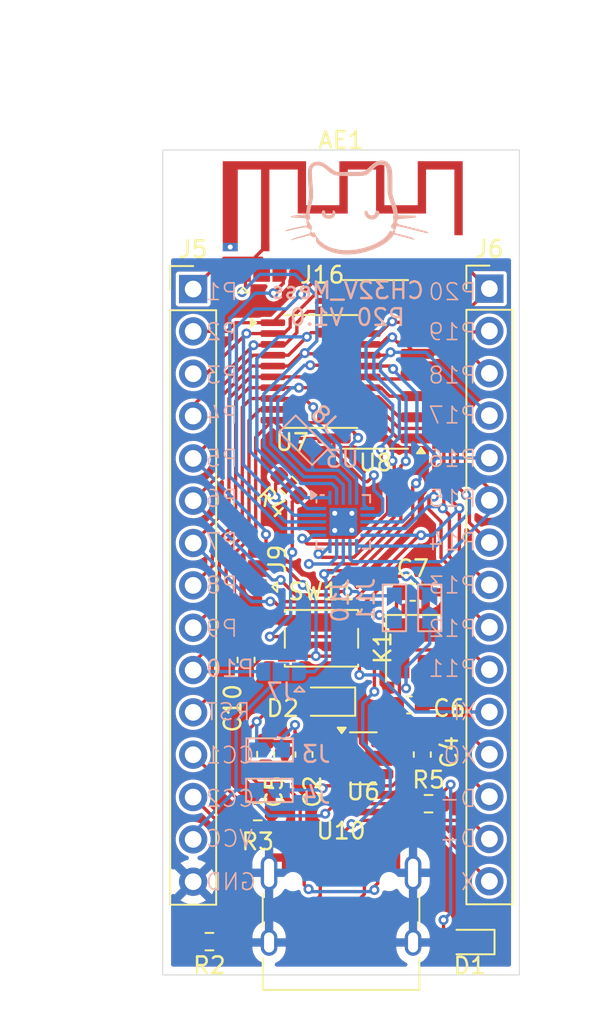
<source format=kicad_pcb>
(kicad_pcb (version 20241229) (generator "pcbnew") (generator_version "9.0")
  (layers (0 "F.Cu" signal) (2 "B.Cu" signal) (13 "F.Paste" user) (15 "B.Paste" user) (5 "F.SilkS" user "F.Silkscreen") (7 "B.SilkS" user "B.Silkscreen") (1 "F.Mask" user) (3 "B.Mask" user) (25 "Edge.Cuts" user))
  (net 0 "")
  (net 1 "5V")
  (net 2 "P_0")
  (net 3 "+3.3V")
  (net 4 "Net-(D2-A)")
  (net 5 "VCC")
  (net 6 "P_5")
  (net 7 "P_20")
  (net 8 "CC2")
  (net 9 "CC1")
  (net 10 "P_19")
  (net 11 "P_1")
  (net 12 "P_14")
  (net 13 "P_6")
  (net 14 "P_3")
  (net 15 "P_16")
  (net 16 "P_10")
  (net 17 "P_13")
  (net 18 "P_9")
  (net 19 "P_17")
  (net 20 "P_4")
  (net 21 "P_7")
  (net 22 "P_15")
  (net 23 "P_18")
  (net 24 "P_8")
  (net 25 "P_2")
  (net 26 "P_11")
  (net 27 "P_12")
  (net 29 "D-")
  (net 30 "D+")
  (net 33 "OSCO")
  (net 34 "OSCI")
  (net 35 "RST")
  (net 36 "Net-(D1-A)")
  (net 37 "ANT")
  (footprint "Capacitor_SMD:C_0603_1608Metric" (layer "F.Cu") (at 107.975 100.75 -90)
    (property "Reference" "C5")
    (property "Value" "1u")
  )
  (footprint "Capacitor_SMD:C_0603_1608Metric" (layer "F.Cu") (at 106.8 95.1 90)
    (property "Reference" "C10")
    (property "Value" ".1u")
  )
  (footprint "Crystal:Crystal_SMD_3225-4Pin_3.2x2.5mm" (layer "F.Cu") (at 116.85 94.4 -90)
    (property "Reference" "K1")
    (property "Value" "Crystal")
  )
  (footprint "Package_TO_SOT_SMD:SOT-23-5" (layer "F.Cu") (at 113.8375 101)
    (property "Reference" "U6")
    (property "Value" "ME6211C33M5")
  )
  (footprint "Resistor_SMD:R_0603_1608Metric" (layer "F.Cu") (at 104.6 112 180)
    (property "Reference" "R2")
    (property "Value" "5.1K")
  )
  (footprint "Package_SO:SOP-16_3.9x9.9mm_P1.27mm" (layer "F.Cu") (at 114.571249 77.365 180)
    (property "Reference" "U8")
    (property "Value" "~")
  )
  (footprint "Connector_USB:USB_C_Receptacle_HRO_TYPE-C-31-M-12" (layer "F.Cu") (at 112.5 111)
    (property "Reference" "U10")
    (property "Value" "USB_C_Receptacle_USB2.0_16P")
  )
  (footprint "Capacitor_SMD:C_0603_1608Metric" (layer "F.Cu") (at 110.275 100.775 -90)
    (property "Reference" "C2")
    (property "Value" "10u")
  )
  (footprint "Capacitor_SMD:C_0603_1608Metric" (layer "F.Cu") (at 116.6 97.8)
    (property "Reference" "C6")
    (property "Value" "12-25pF")
  )
  (footprint "Resistor_SMD:R_0603_1608Metric" (layer "F.Cu") (at 109.371249 84.64 135)
    (property "Reference" "R4")
    (property "Value" "1.5K")
  )
  (footprint "Button_Switch_SMD:SW_SPST_PTS810" (layer "F.Cu") (at 111.325 93.8 180)
    (property "Reference" "SW11")
    (property "Value" "SW_Push")
  )
  (footprint "Resistor_SMD:R_0603_1608Metric" (layer "F.Cu") (at 107.5 104.2)
    (property "Reference" "R3")
    (property "Value" "5.1K")
  )
  (footprint "Diode_SMD:D_SOD-323" (layer "F.Cu") (at 111.7375 97.6 180)
    (property "Reference" "D2")
    (property "Value" "1N5819WS")
  )
  (footprint "Capacitor_SMD:C_0603_1608Metric" (layer "F.Cu") (at 116.800001 91.04)
    (property "Reference" "C7")
    (property "Value" "12-25pF")
  )
  (footprint "IOT-Mess-Footprints:Jumper-3_P1.3mm_Open_RoundedPad1.0x1.5mm" (layer "F.Cu") (at 107.475001 89.615 90)
    (property "Reference" "J9")
    (property "Value" "Jumper")
  )
  (footprint "Connector_PinHeader_2.54mm:PinHeader_1x15_P2.54mm_Vertical" (layer "F.Cu") (at 121.4 72.82)
    (property "Reference" "J6")
    (property "Value" "Conn_01x15_Pin")
  )
  (footprint "Capacitor_SMD:C_0603_1608Metric" (layer "F.Cu") (at 117.375 100.775 -90)
    (property "Reference" "C4")
    (property "Value" "1u")
  )
  (footprint "LED_SMD:LED_0603_1608Metric" (layer "F.Cu") (at 120.225 112.025 180)
    (property "Reference" "D1")
    (property "Value" "LED")
  )
  (footprint "Package_SO:TSSOP-20_4.4x6.5mm_P0.65mm" (layer "F.Cu") (at 111.271249 77.79)
    (property "Reference" "U7")
    (property "Value" "~")
  )
  (footprint "Connector_PinHeader_2.54mm:PinHeader_1x15_P2.54mm_Vertical" (layer "F.Cu") (at 103.625 72.845)
    (property "Reference" "J5")
    (property "Value" "Conn_01x15_Pin")
  )
  (footprint "RF_Antenna:Texas_SWRA117D_2.4GHz_Right" (layer "F.Cu") (at 107.95 70.325)
    (property "Reference" "AE1")
    (property "Value" "Antenna")
  )
  (footprint "Resistor_SMD:R_0603_1608Metric" (layer "F.Cu") (at 117.75 103.725)
    (property "Reference" "R5")
    (property "Value" "R")
  )
  (footprint "IOT-Mess-Footprints:Jumper-3_P1.3mm_Open_RoundedPad1.0x1.5mm" (layer "F.Cu") (at 107.733748 71.8575)
    (property "Reference" "J16")
    (property "Value" "Jumper")
  )
  (footprint "IOT-Mess-Footprints:Jumpper-triangle" (layer "B.Cu") (at 108.212501 100.5)
    (property "Reference" "J4")
    (property "Value" "Jumper_2")
  )
  (footprint "IOT-Mess-Footprints:Jumper-3_P1.3mm_Open_RoundedPad1.0x1.5mm" (layer "B.Cu") (at 108.900001 95.8 180)
    (property "Reference" "J7")
    (property "Value" "Jumper")
  )
  (footprint "IOT-Mess-Footprints:Jumpper-triangle" (layer "B.Cu") (at 115.7 91.975001 90)
    (property "Reference" "J10")
    (property "Value" "Jumper_2")
  )
  (footprint "catIcon.preety:catIcon8x8" (layer "B.Cu") (at 113.306458 67.932904 180)
    (property "Reference" "G***" (hide yes))
    (property "Value" "LOGO" (hide yes))
  )
  (footprint "IOT-Mess-Footprints:Jumpper-triangle" (layer "B.Cu") (at 117.825 91.975 90)
    (property "Reference" "J11")
    (property "Value" "Jumper_2")
  )
  (footprint "Package_DFN_QFN:QFN-20-1EP_3x3mm_P0.4mm_EP1.65x1.65mm_ThermalVias" (layer "B.Cu") (at 112.633749 86.815 -90)
    (property "Reference" "U3")
    (property "Value" "~")
  )
  (footprint "IOT-Mess-Footprints:Jumpper-triangle" (layer "B.Cu") (at 110.271249 81.915 135)
    (property "Reference" "J8")
    (property "Value" "Jumper_2")
  )
  (footprint "IOT-Mess-Footprints:Jumpper-triangle" (layer "B.Cu") (at 108.2 102.925 180)
    (property "Reference" "J3")
    (property "Value" "Jumper_2")
  )
  (gr_rect (start 101.8 64.5) (end 123.2 114) (stroke (width 0.05)) (fill no) (layer "Edge.Cuts"))
  (gr_text "P19" (at 120.7 76 0) (layer "B.SilkS") (effects (font (size 1 1) (thickness 0.1)) (justify left bottom mirror)))
  (gr_text "P6" (at 104.3 86 0) (layer "B.SilkS") (effects (font (size 1 1) (thickness 0.1)) (justify right bottom mirror)))
  (gr_text "P17" (at 120.7 81 0) (layer "B.SilkS") (effects (font (size 1 1) (thickness 0.1)) (justify left bottom mirror)))
  (gr_text "P14" (at 120.7 88.6 0) (layer "B.SilkS") (effects (font (size 1 1) (thickness 0.1)) (justify left bottom mirror)))
  (gr_text "XI" (at 120.7 98.8 0) (layer "B.SilkS") (effects (font (size 1 1) (thickness 0.1)) (justify left bottom mirror)))
  (gr_text "P18" (at 120.7 78.6 0) (layer "B.SilkS") (effects (font (size 1 1) (thickness 0.1)) (justify left bottom mirror)))
  (gr_text "D-" (at 120.7 104 0) (layer "B.SilkS") (effects (font (size 1 1) (thickness 0.1)) (justify left bottom mirror)))
  (gr_text "P2" (at 104.3 76 0) (layer "B.SilkS") (effects (font (size 1 1) (thickness 0.1)) (justify right bottom mirror)))
  (gr_text "X" (at 120.7 109 0) (layer "B.SilkS") (effects (font (size 1 1) (thickness 0.1)) (justify left bottom mirror)))
  (gr_text "GND" (at 104.3 109 0) (layer "B.SilkS") (effects (font (size 1 1) (thickness 0.1)) (justify right bottom mirror)))
  (gr_text "P4" (at 104.3 81 0) (layer "B.SilkS") (effects (font (size 1 1) (thickness 0.1)) (justify right bottom mirror)))
  (gr_text "RST" (at 104.3 98.8 0) (layer "B.SilkS") (effects (font (size 1 1) (thickness 0.1)) (justify right bottom mirror)))
  (gr_text "P9" (at 104.3 93.8 0) (layer "B.SilkS") (effects (font (size 1 1) (thickness 0.1)) (justify right bottom mirror)))
  (gr_text "P3" (at 104.3 78.6 0) (layer "B.SilkS") (effects (font (size 1 1) (thickness 0.1)) (justify right bottom mirror)))
  (gr_text "CC1" (at 104.3 101.4 0) (layer "B.SilkS") (effects (font (size 1 1) (thickness 0.1)) (justify right bottom mirror)))
  (gr_text "P7" (at 104.3 88.6 0) (layer "B.SilkS") (effects (font (size 1 1) (thickness 0.1)) (justify right bottom mirror)))
  (gr_text "P11" (at 120.7 96.2 0) (layer "B.SilkS") (effects (font (size 1 1) (thickness 0.1)) (justify left bottom mirror)))
  (gr_text "CC2" (at 104.3 104 0) (layer "B.SilkS") (effects (font (size 1 1) (thickness 0.1)) (justify right bottom mirror)))
  (gr_text "CH32V_Mess\nP20 V1.0\n" (at 112.875 75.125 0) (layer "B.SilkS") (effects (font (size 1 1)) (justify bottom mirror)))
  (gr_text "P16" (at 120.7 83.6 0) (layer "B.SilkS") (effects (font (size 1 1) (thickness 0.1)) (justify left bottom mirror)))
  (gr_text "P15" (at 120.7 86 0) (layer "B.SilkS") (effects (font (size 1 1) (thickness 0.1)) (justify left bottom mirror)))
  (gr_text "P8" (at 104.3 91.2 0) (layer "B.SilkS") (effects (font (size 1 1) (thickness 0.1)) (justify right bottom mirror)))
  (gr_text "P13" (at 120.7 91.2 0) (layer "B.SilkS") (effects (font (size 1 1) (thickness 0.1)) (justify left bottom mirror)))
  (gr_text "P1" (at 104.3 73.6 0) (layer "B.SilkS") (effects (font (size 1 1) (thickness 0.1)) (justify right bottom mirror)))
  (gr_text "P10" (at 104.3 96.2 0) (layer "B.SilkS") (effects (font (size 1 1) (thickness 0.125)) (justify right bottom mirror)))
  (gr_text "D+" (at 120.7 106.4 0) (layer "B.SilkS") (effects (font (size 1 1) (thickness 0.1)) (justify left bottom mirror)))
  (gr_text "P20" (at 120.7 73.6 0) (layer "B.SilkS") (effects (font (size 1 1) (thickness 0.1)) (justify left bottom mirror)))
  (gr_text "XO" (at 120.7 101.4 0) (layer "B.SilkS") (effects (font (size 1 1) (thickness 0.1)) (justify left bottom mirror)))
  (gr_text "P12" (at 120.7 93.8 0) (layer "B.SilkS") (effects (font (size 1 1) (thickness 0.1)) (justify left bottom mirror)))
  (gr_text "VCC" (at 104.3 106.4 0) (layer "B.SilkS") (effects (font (size 1 1) (thickness 0.1)) (justify right bottom mirror)))
  (gr_text "P5" (at 104.3 83.6 0) (layer "B.SilkS") (effects (font (size 1 1) (thickness 0.1)) (justify right bottom mirror)))
  (segment (start 112.7 100.05) (end 113.054468 100.05) (width 0.2) (layer "F.Cu") (net 1))
  (segment (start 110.275 100) (end 108 100) (width 0.2) (layer "F.Cu") (net 1))
  (segment (start 112.7875 97.6) (end 112.7875 99.9625) (width 0.2) (layer "F.Cu") (net 1))
  (segment (start 109.7375 99.4625) (end 110.275 100) (width 0.2) (layer "F.Cu") (net 1))
  (segment (start 109.975 100) (end 112.65 100) (width 0.2) (layer "F.Cu") (net 1))
  (segment (start 113.6635 101.648999) (end 113.362499 101.95) (width 0.2) (layer "F.Cu") (net 1))
  (segment (start 109.7375 99) (end 109.7375 99.4625) (width 0.2) (layer "F.Cu") (net 1))
  (segment (start 113.054468 100.05) (end 113.6635 100.659032) (width 0.2) (layer "F.Cu") (net 1))
  (segment (start 113.6635 100.659032) (end 113.6635 101.648999) (width 0.2) (layer "F.Cu") (net 1))
  (segment (start 109.95 99.975) (end 109.975 100) (width 0.2) (layer "F.Cu") (net 1))
  (segment (start 108 100) (end 107.975 99.975) (width 0.2) (layer "F.Cu") (net 1))
  (segment (start 113.362499 101.95) (end 112.7 101.95) (width 0.2) (layer "F.Cu") (net 1))
  (segment (start 112.65 100) (end 112.7 100.05) (width 0.2) (layer "F.Cu") (net 1))
  (segment (start 112.7875 99.9625) (end 112.7 100.05) (width 0.2) (layer "F.Cu") (net 1))
  (via (at 109.7375 99) (size 0.6) (drill 0.3) (layers "F.Cu" "B.Cu") (net 1))
  (segment (start 108.9375 100.5) (end 108.9375 99.8) (width 0.2) (layer "B.Cu") (net 1))
  (segment (start 108.9375 99.8) (end 109.7375 99) (width 0.2) (layer "B.Cu") (net 1))
  (segment (start 113.208749 86.24) (end 113.208749 87.39) (width 0.2) (layer "F.Cu") (net 2))
  (segment (start 112.058749 86.24) (end 113.208749 86.24) (width 0.2) (layer "F.Cu") (net 2))
  (segment (start 112.058749 87.39) (end 112.058749 86.24) (width 0.2) (layer "F.Cu") (net 2))
  (segment (start 112.058749 87.39) (end 113.208749 87.39) (width 0.2) (layer "F.Cu") (net 2))
  (via (at 113.15 86.3) (size 0.6) (drill 0.3) (layers "F.Cu" "B.Cu") (net 2))
  (via (at 113.14 87.32) (size 0.6) (drill 0.3) (layers "F.Cu" "B.Cu") (net 2))
  (via (at 112.12 87.33) (size 0.6) (drill 0.3) (layers "F.Cu" "B.Cu") (net 2))
  (via (at 112.12 86.3) (size 0.6) (drill 0.3) (layers "F.Cu" "B.Cu") (net 2))
  (segment (start 115.9385 101.0135) (end 114.975 100.05) (width 0.2) (layer "F.Cu") (net 3))
  (segment (start 111.4 102.8) (end 111.55 102.65) (width 0.2) (layer "F.Cu") (net 3))
  (segment (start 117.325 100.05) (end 117.375 100) (width 0.2) (layer "F.Cu") (net 3))
  (segment (start 115.9385 102.290968) (end 115.9385 101.0135) (width 0.2) (layer "F.Cu") (net 3))
  (segment (start 114.975 100.05) (end 117.325 100.05) (width 0.2) (layer "F.Cu") (net 3))
  (segment (start 115.579468 102.65) (end 115.9385 102.290968) (width 0.2) (layer "F.Cu") (net 3))
  (segment (start 111.55 102.65) (end 115.579468 102.65) (width 0.2) (layer "F.Cu") (net 3))
  (via (at 111.4 102.8) (size 0.6) (drill 0.3) (layers "F.Cu" "B.Cu") (net 3))
  (segment (start 111.4 102.8) (end 111.3 102.9) (width 0.2) (layer "B.Cu") (net 3))
  (segment (start 111.3 102.9) (end 108.962499 102.9) (width 0.2) (layer "B.Cu") (net 3))
  (segment (start 114.5 108.7) (end 114.701 108.499) (width 0.2) (layer "F.Cu") (net 4))
  (segment (start 110.05 103.55) (end 110.05 106.955) (width 0.2) (layer "F.Cu") (net 4))
  (segment (start 114.701 108.499) (end 114.701 107.204) (width 0.2) (layer "F.Cu") (net 4))
  (segment (start 107.4375 98.8) (end 106.8375 99.4) (width 0.2) (layer "F.Cu") (net 4))
  (segment (start 107.5 102.5) (end 109 102.5) (width 0.2) (layer "F.Cu") (net 4))
  (segment (start 106.8375 99.4) (end 106.8375 101.8375) (width 0.2) (layer "F.Cu") (net 4))
  (segment (start 108.6375 97.6) (end 107.4375 98.8) (width 0.2) (layer "F.Cu") (net 4))
  (segment (start 114.701 107.204) (end 114.95 106.955) (width 0.2) (layer "F.Cu") (net 4))
  (segment (start 109 102.5) (end 110.05 103.55) (width 0.2) (layer "F.Cu") (net 4))
  (segment (start 110.286 107.191) (end 110.05 106.955) (width 0.2) (layer "F.Cu") (net 4))
  (segment (start 114.5 108.9) (end 114.5 108.7) (width 0.2) (layer "F.Cu") (net 4))
  (segment (start 110.55 108.85) (end 110.286 108.586) (width 0.2) (layer "F.Cu") (net 4))
  (segment (start 110.286 108.586) (end 110.286 107.191) (width 0.2) (layer "F.Cu") (net 4))
  (segment (start 110.6875 97.6) (end 108.6375 97.6) (width 0.2) (layer "F.Cu") (net 4))
  (segment (start 106.8375 101.8375) (end 107.5 102.5) (width 0.2) (layer "F.Cu") (net 4))
  (via (at 110.55 108.85) (size 0.6) (drill 0.3) (layers "F.Cu" "B.Cu") (net 4))
  (via (at 107.4375 98.8) (size 0.6) (drill 0.3) (layers "F.Cu" "B.Cu") (net 4))
  (via (at 114.5 108.9) (size 0.6) (drill 0.3) (layers "F.Cu" "B.Cu") (net 4))
  (segment (start 107.4375 98.8) (end 107.4375 100.449998) (width 0.2) (layer "B.Cu") (net 4))
  (segment (start 114.5 108.9) (end 114.4 109) (width 0.2) (layer "B.Cu") (net 4))
  (segment (start 110.7 109) (end 110.55 108.85) (width 0.2) (layer "B.Cu") (net 4))
  (segment (start 107.4375 100.449998) (end 107.487502 100.5) (width 0.2) (layer "B.Cu") (net 4))
  (segment (start 114.4 109) (end 110.7 109) (width 0.2) (layer "B.Cu") (net 4))
  (segment (start 111.55 104.325) (end 112.15 103.725) (width 0.2) (layer "F.Cu") (net 5))
  (segment (start 112.15 103.725) (end 116.925 103.725) (width 0.2) (layer "F.Cu") (net 5))
  (via (at 111.55 104.325) (size 0.6) (drill 0.3) (layers "F.Cu" "B.Cu") (net 5))
  (segment (start 106.2 98.675) (end 106.2 102.9) (width 0.2) (layer "B.Cu") (net 5))
  (segment (start 111.425 104.45) (end 108.175 104.45) (width 0.2) (layer "B.Cu") (net 5))
  (segment (start 107.512501 102.9) (end 106.2 102.9) (width 0.2) (layer "B.Cu") (net 5))
  (segment (start 103.625 105.475) (end 103.625 105.865) (width 0.2) (layer "B.Cu") (net 5))
  (segment (start 108.900001 96.062041) (end 108.900001 95.8) (width 0.2) (layer "B.Cu") (net 5))
  (segment (start 106.287042 98.675) (end 108.900001 96.062041) (width 0.2) (layer "B.Cu") (net 5))
  (segment (start 108.175 104.45) (end 107.475001 103.750001) (width 0.2) (layer "B.Cu") (net 5))
  (segment (start 111.55 104.325) (end 111.425 104.45) (width 0.2) (layer "B.Cu") (net 5))
  (segment (start 106.2 98.675) (end 106.287042 98.675) (width 0.2) (layer "B.Cu") (net 5))
  (segment (start 106.2 102.9) (end 103.625 105.475) (width 0.2) (layer "B.Cu") (net 5))
  (segment (start 107.475001 103.750001) (end 107.475001 102.925) (width 0.2) (layer "B.Cu") (net 5))
  (segment (start 105.177 83.993) (end 103.625 85.545) (width 0.2) (layer "F.Cu") (net 6))
  (segment (start 111.971249 76.73) (end 110.081249 76.73) (width 0.2) (layer "F.Cu") (net 6))
  (segment (start 106.766249 71.965) (end 106.833749 71.8975) (width 0.2) (layer "F.Cu") (net 6))
  (segment (start 110.081249 76.73) (end 109.346249 77.465) (width 0.2) (layer "F.Cu") (net 6))
  (segment (start 112.45455 90.991685) (end 112.248235 91.198) (width 0.2) (layer "F.Cu") (net 6))
  (segment (start 112.248235 91.198) (end 109.773001 91.198) (width 0.2) (layer "F.Cu") (net 6))
  (segment (start 108.408749 77.465) (end 107.146249 77.465) (width 0.2) (layer "F.Cu") (net 6))
  (segment (start 106.766249 72.82147) (end 106.766249 71.965) (width 0.2) (layer "F.Cu") (net 6))
  (segment (start 107.146249 77.465) (end 105.177 79.434249) (width 0.2) (layer "F.Cu") (net 6))
  (segment (start 105.177 79.434249) (end 105.177 83.993) (width 0.2) (layer "F.Cu") (net 6))
  (segment (start 109.346249 77.465) (end 108.408749 77.465) (width 0.2) (layer "F.Cu") (net 6))
  (segment (start 106.559484 73.028235) (end 106.766249 72.82147) (width 0.2) (layer "F.Cu") (net 6))
  (segment (start 112.892685 90.991685) (end 112.45455 90.991685) (width 0.2) (layer "F.Cu") (net 6))
  (segment (start 109.773001 91.198) (end 108.875001 90.3) (width 0.2) (layer "F.Cu") (net 6))
  (via (at 108.875001 90.3) (size 0.6) (drill 0.3) (layers "F.Cu" "B.Cu") (net 6))
  (via (at 110.319778 76.688529) (size 0.6) (drill 0.3) (layers "F.Cu" "B.Cu") (net 6))
  (via (at 106.559484 73.028235) (size 0.6) (drill 0.3) (layers "F.Cu" "B.Cu") (net 6))
  (via (at 112.892685 90.991685) (size 0.6) (drill 0.3) (layers "F.Cu" "B.Cu") (net 6))
  (segment (start 111.946249 84.515) (end 112.233749 84.8025) (width 0.2) (layer "B.Cu") (net 6))
  (segment (start 112.892685 90.991685) (end 113.46192 90.991685) (width 0.2) (layer "B.Cu") (net 6))
  (segment (start 110.319778 76.688529) (end 107.871249 79.137058) (width 0.2) (layer "B.Cu") (net 6))
  (segment (start 112.233749 84.8025) (end 112.233749 85.365) (width 0.2) (layer "B.Cu") (net 6))
  (segment (start 106.559484 73.028235) (end 107.622719 71.965) (width 0.2) (layer "B.Cu") (net 6))
  (segment (start 109.746192 71.965) (end 111.046513 73.265321) (width 0.2) (layer "B.Cu") (net 6))
  (segment (start 107.622719 71.965) (end 109.746192 71.965) (width 0.2) (layer "B.Cu") (net 6))
  (segment (start 110.105449 84.515) (end 111.946249 84.515) (width 0.2) (layer "B.Cu") (net 6))
  (segment (start 107.871249 79.137058) (end 107.871249 82.2808) (width 0.2) (layer "B.Cu") (net 6))
  (segment (start 108.875001 90.3) (end 108.38 90.3) (width 0.2) (layer "B.Cu") (net 6))
  (segment (start 113.46192 90.991685) (end 113.720237 91.250002) (width 0.2) (layer "B.Cu") (net 6))
  (segment (start 108.38 90.3) (end 103.625 85.545) (width 0.2) (layer "B.Cu") (net 6))
  (segment (start 111.046513 73.265321) (end 111.046513 75.961794) (width 0.2) (layer "B.Cu") (net 6))
  (segment (start 107.871249 82.2808) (end 110.105449 84.515) (width 0.2) (layer "B.Cu") (net 6))
  (segment (start 111.046513 75.961794) (end 110.319778 76.688529) (width 0.2) (layer "B.Cu") (net 6))
  (segment (start 113.720237 91.250002) (end 115.7 91.250002) (width 0.2) (layer "B.Cu") (net 6))
  (segment (start 108.446249 73.09) (end 109.033749 72.5025) (width 0.2) (layer "F.Cu") (net 7))
  (segment (start 114.133749 74.865) (end 114.808749 74.19) (width 0.2) (layer "F.Cu") (net 7))
  (segment (start 109.566248 71.125) (end 108.833748 71.8575) (width 0.2) (layer "F.Cu") (net 7))
  (segment (start 120.03 74.19) (end 121.4 72.82) (width 0.2) (layer "F.Cu") (net 7))
  (segment (start 119.613748 71.125) (end 109.566248 71.125) (width 0.2) (layer "F.Cu") (net 7))
  (segment (start 121.233748 72.745) (end 119.613748 71.125) (width 0.2) (layer "F.Cu") (net 7))
  (segment (start 114.808749 74.19) (end 120.03 74.19) (width 0.2) (layer "F.Cu") (net 7))
  (segment (start 109.033749 72.5025) (end 109.033749 71.8975) (width 0.2) (layer "F.Cu") (net 7))
  (via (at 108.446249 73.09) (size 0.6) (drill 0.3) (layers "F.Cu" "B.Cu") (net 7))
  (segment (start 105.821249 74.59) (end 105.821249 84.09) (width 0.2) (layer "B.Cu") (net 7))
  (segment (start 105.846249 74.59) (end 105.821249 74.59) (width 0.2) (layer "B.Cu") (net 7))
  (segment (start 108.946249 87.215) (end 111.183749 87.215) (width 0.2) (layer "B.Cu") (net 7))
  (segment (start 107.346249 73.09) (end 105.846249 74.59) (width 0.2) (layer "B.Cu") (net 7))
  (segment (start 105.821249 84.09) (end 108.946249 87.215) (width 0.2) (layer "B.Cu") (net 7))
  (segment (start 108.446249 73.09) (end 107.346249 73.09) (width 0.2) (layer "B.Cu") (net 7))
  (segment (start 105.425 105.125) (end 105.425 112) (width 0.2) (layer "F.Cu") (net 8))
  (segment (start 107.224 110.201) (end 112.846943 110.201) (width 0.2) (layer "F.Cu") (net 8))
  (segment (start 114.25 107.851) (end 114.25 106.955) (width 0.2) (layer "F.Cu") (net 8))
  (segment (start 103.625 103.325) (end 105.425 105.125) (width 0.2) (layer "F.Cu") (net 8))
  (segment (start 112.846943 110.201) (end 113.899 109.148943) (width 0.2) (layer "F.Cu") (net 8))
  (segment (start 113.899 109.148943) (end 113.899 108.202) (width 0.2) (layer "F.Cu") (net 8))
  (segment (start 105.425 112) (end 107.224 110.201) (width 0.2) (layer "F.Cu") (net 8))
  (segment (start 113.899 108.202) (end 114.25 107.851) (width 0.2) (layer "F.Cu") (net 8))
  (segment (start 103.7 103.4) (end 103.625 103.325) (width 0.2) (layer "B.Cu") (net 8))
  (segment (start 106.675 104.2) (end 106.675 108.975) (width 0.2) (layer "F.Cu") (net 9))
  (segment (start 106.675 104.2) (end 106.675 103.835) (width 0.2) (layer "F.Cu") (net 9))
  (segment (start 106.675 108.975) (end 107.5 109.8) (width 0.2) (layer "F.Cu") (net 9))
  (segment (start 110.7 109.8) (end 111.25 109.25) (width 0.2) (layer "F.Cu") (net 9))
  (segment (start 107.5 109.8) (end 110.7 109.8) (width 0.2) (layer "F.Cu") (net 9))
  (segment (start 111.25 109.25) (end 111.25 106.955) (width 0.2) (layer "F.Cu") (net 9))
  (segment (start 106.675 103.835) (end 103.625 100.785) (width 0.2) (layer "F.Cu") (net 9))
  (segment (start 111.396192 88.14) (end 111.395192 88.139) (width 0.2) (layer "F.Cu") (net 10))
  (segment (start 115.286385 83.701977) (end 115.286385 86.274864) (width 0.2) (layer "F.Cu") (net 10))
  (segment (start 115.521249 74.79) (end 114.796249 75.515) (width 0.2) (layer "F.Cu") (net 10))
  (segment (start 115.286385 86.274864) (end 113.421249 88.14) (width 0.2) (layer "F.Cu") (net 10))
  (segment (start 110.171249 87.84) (end 110.171249 87.815) (width 0.2) (layer "F.Cu") (net 10))
  (segment (start 115.571249 74.79) (end 115.621249 74.84) (width 0.2) (layer "F.Cu") (net 10))
  (segment (start 114.796249 75.515) (end 114.133749 75.515) (width 0.2) (layer "F.Cu") (net 10))
  (segment (start 115.571249 74.79) (end 115.521249 74.79) (width 0.2) (layer "F.Cu") (net 10))
  (segment (start 110.896306 88.14) (end 110.471249 88.14) (width 0.2) (layer "F.Cu") (net 10))
  (segment (start 115.621249 74.84) (end 116.451248 74.84) (width 0.2) (layer "F.Cu") (net 10))
  (segment (start 116.451248 74.84) (end 117.071249 75.460001) (width 0.2) (layer "F.Cu") (net 10))
  (segment (start 116.91625 75.515) (end 116.971249 75.460001) (width 0.2) (layer "F.Cu") (net 10))
  (segment (start 113.421249 88.14) (end 111.396192 88.14) (width 0.2) (layer "F.Cu") (net 10))
  (segment (start 110.897306 88.139) (end 110.896306 88.14) (width 0.2) (layer "F.Cu") (net 10))
  (segment (start 116.771248 75.420001) (end 121.711247 75.420001) (width 0.2) (layer "F.Cu") (net 10))
  (segment (start 114.9 83.315592) (end 115.286385 83.701977) (width 0.2) (layer "F.Cu") (net 10))
  (segment (start 114.9 82.5) (end 114.9 83.315592) (width 0.2) (layer "F.Cu") (net 10))
  (segment (start 110.471249 88.14) (end 110.171249 87.84) (width 0.2) (layer "F.Cu") (net 10))
  (segment (start 111.395192 88.139) (end 110.897306 88.139) (width 0.2) (layer "F.Cu") (net 10))
  (via (at 114.9 82.5) (size 0.6) (drill 0.3) (layers "F.Cu" "B.Cu") (net 10))
  (via (at 115.571249 74.79) (size 0.6) (drill 0.3) (layers "F.Cu" "B.Cu") (net 10))
  (via (at 110.171249 87.815) (size 0.6) (drill 0.3) (layers "F.Cu" "B.Cu") (net 10))
  (segment (start 115.598 81.587224) (end 115.598 79.798) (width 0.2) (layer "B.Cu") (net 10))
  (segment (start 115.182716 82.017284) (end 115.182716 82.002508) (width 0.2) (layer "B.Cu") (net 10))
  (segment (start 110.296249 87.94) (end 110.471249 87.94) (width 0.2) (layer "B.Cu") (net 10))
  (segment (start 114.7 82.5) (end 115.182716 82.017284) (width 0.2) (layer "B.Cu") (net 10))
  (segment (start 115.421249 74.79) (end 115.571249 74.79) (width 0.2) (layer "B.Cu") (net 10))
  (segment (start 110.796249 87.615) (end 111.183749 87.615) (width 0.2) (layer "B.Cu") (net 10))
  (segment (start 114 76.211249) (end 115.421249 74.79) (width 0.2) (layer "B.Cu") (net 10))
  (segment (start 114.9 82.5) (end 114.7 82.5) (width 0.2) (layer "B.Cu") (net 10))
  (segment (start 115.598 79.798) (end 114 78.2) (width 0.2) (layer "B.Cu") (net 10))
  (segment (start 115.182716 82.002508) (end 115.598 81.587224) (width 0.2) (layer "B.Cu") (net 10))
  (segment (start 110.171249 87.815) (end 110.296249 87.94) (width 0.2) (layer "B.Cu") (net 10))
  (segment (start 114 78.2) (end 114 76.211249) (width 0.2) (layer "B.Cu") (net 10))
  (segment (start 110.471249 87.94) (end 110.796249 87.615) (width 0.2) (layer "B.Cu") (net 10))
  (segment (start 103.625 75.385) (end 105.656249 75.385) (width 0.2) (layer "F.Cu") (net 11))
  (segment (start 110.930281 72.318999) (end 116.370249 72.318999) (width 0.2) (layer "F.Cu") (net 11))
  (segment (start 106.176249 74.865) (end 108.408749 74.865) (width 0.2) (layer "F.Cu") (net 11))
  (segment (start 116.370249 72.318999) (end 116.971249 72.919999) (width 0.2) (layer "F.Cu") (net 11))
  (segment (start 108.408749 74.840531) (end 110.090265 73.159016) (width 0.2) (layer "F.Cu") (net 11))
  (segment (start 105.656249 75.385) (end 106.176249 74.865) (width 0.2) (layer "F.Cu") (net 11))
  (segment (start 108.408749 74.865) (end 108.408749 74.840531) (width 0.2) (layer "F.Cu") (net 11))
  (segment (start 110.090265 73.159016) (end 110.930281 72.318999) (width 0.2) (layer "F.Cu") (net 11))
  (segment (start 103.715 75.475) (end 103.625 75.385) (width 0.2) (layer "F.Cu") (net 11))
  (via (at 110.090265 73.159016) (size 0.6) (drill 0.3) (layers "F.Cu" "B.Cu") (net 11))
  (segment (start 107.296249 74.04) (end 109.209281 74.04) (width 0.2) (layer "B.Cu") (net 11))
  (segment (start 111.183749 86.815) (end 109.171249 86.815) (width 0.2) (layer "B.Cu") (net 11))
  (segment (start 106.221249 83.865) (end 106.221249 75.115) (width 0.2) (layer "B.Cu") (net 11))
  (segment (start 109.209281 74.04) (end 110.090265 73.159016) (width 0.2) (layer "B.Cu") (net 11))
  (segment (start 109.171249 86.815) (end 106.221249 83.865) (width 0.2) (layer "B.Cu") (net 11))
  (segment (start 106.221249 75.115) (end 107.296249 74.04) (width 0.2) (layer "B.Cu") (net 11))
  (segment (start 115.401248 79.269999) (end 117.971248 79.269999) (width 0.2) (layer "F.Cu") (net 12))
  (segment (start 120 85.2) (end 120.201 85.401) (width 0.2) (layer "F.Cu") (net 12))
  (segment (start 114.896249 78.765) (end 115.401248 79.269999) (width 0.2) (layer "F.Cu") (net 12))
  (segment (start 120.201 85.401) (end 120.201 86.861) (width 0.2) (layer "F.Cu") (net 12))
  (segment (start 114.133749 78.765) (end 114.896249 78.765) (width 0.2) (layer "F.Cu") (net 12))
  (segment (start 120.201 86.861) (end 121.4 88.06) (width 0.2) (layer "F.Cu") (net 12))
  (segment (start 119.471249 80.77) (end 119.471249 84.671249) (width 0.2) (layer "F.Cu") (net 12))
  (segment (start 119.471249 84.671249) (end 120 85.2) (width 0.2) (layer "F.Cu") (net 12))
  (segment (start 117.971248 79.269999) (end 119.471249 80.77) (width 0.2) (layer "F.Cu") (net 12))
  (via (at 120 85.2) (size 0.6) (drill 0.3) (layers "F.Cu" "B.Cu") (net 12))
  (segment (start 120.201 86.248943) (end 120.201 85.401) (width 0.2) (layer "B.Cu") (net 12))
  (segment (start 117.9 88.265) (end 118.184943 88.265) (width 0.2) (layer "B.Cu") (net 12))
  (segment (start 120.201 85.401) (end 120 85.2) (width 0.2) (layer "B.Cu") (net 12))
  (segment (start 113.433749 88.265) (end 117.9 88.265) (width 0.2) (layer "B.Cu") (net 12))
  (segment (start 118.184943 88.265) (end 120.201 86.248943) (width 0.2) (layer "B.Cu") (net 12))
  (segment (start 105.772249 85.937751) (end 103.625 88.085) (width 0.2) (layer "F.Cu") (net 13))
  (segment (start 110.651699 77.416425) (end 111.387674 77.416425) (width 0.2) (layer "F.Cu") (net 13))
  (segment (start 115.518381 90.081619) (end 113.6 92) (width 0.2) (layer "F.Cu") (net 13))
  (segment (start 108.408749 78.115) (end 107.063349 78.115) (width 0.2) (layer "F.Cu") (net 13))
  (segment (start 107.063349 78.115) (end 105.772249 79.4061) (width 0.2) (layer "F.Cu") (net 13))
  (segment (start 108.273529 91.615) (end 108.250001 91.591472) (width 0.2) (layer "F.Cu") (net 13))
  (segment (start 113.6 92) (end 108.892901 92) (width 0.2) (layer "F.Cu") (net 13))
  (segment (start 108.892901 92) (end 108.507901 91.615) (width 0.2) (layer "F.Cu") (net 13))
  (segment (start 111.856249 78.115) (end 111.971249 78) (width 0.2) (layer "F.Cu") (net 13))
  (segment (start 116.404957 90.081619) (end 115.518381 90.081619) (width 0.2) (layer "F.Cu") (net 13))
  (segment (start 108.507901 91.615) (end 108.273529 91.615) (width 0.2) (layer "F.Cu") (net 13))
  (segment (start 105.772249 79.4061) (end 105.772249 85.937751) (width 0.2) (layer "F.Cu") (net 13))
  (segment (start 108.408749 78.115) (end 111.856249 78.115) (width 0.2) (layer "F.Cu") (net 13))
  (segment (start 111.387674 77.416425) (end 111.971249 78) (width 0.2) (layer "F.Cu") (net 13))
  (via (at 108.250001 91.591472) (size 0.6) (drill 0.3) (layers "F.Cu" "B.Cu") (net 13))
  (via (at 116.404957 90.081619) (size 0.6) (drill 0.3) (layers "F.Cu" "B.Cu") (net 13))
  (via (at 110.651699 77.416425) (size 0.6) (drill 0.3) (layers "F.Cu" "B.Cu") (net 13))
  (segment (start 108.296249 82.1387) (end 110.271549 84.114) (width 0.2) (layer "B.Cu") (net 13))
  (segment (start 116.656619 90.081619) (end 117.825 91.25) (width 0.2) (layer "B.Cu") (net 13))
  (segment (start 107.131472 91.591472) (end 103.625 88.085) (width 0.2) (layer "B.Cu") (net 13))
  (segment (start 108.250001 91.591472) (end 107.131472 91.591472) (width 0.2) (layer "B.Cu") (net 13))
  (segment (start 108.296249 79.415) (end 108.296249 82.1387) (width 0.2) (layer "B.Cu") (net 13))
  (segment (start 112.145249 84.114) (end 112.633749 84.6025) (width 0.2) (layer "B.Cu") (net 13))
  (segment (start 116.404957 90.081619) (end 116.656619 90.081619) (width 0.2) (layer "B.Cu") (net 13))
  (segment (start 112.633749 84.6025) (end 112.633749 85.365) (width 0.2) (layer "B.Cu") (net 13))
  (segment (start 110.271549 84.114) (end 112.145249 84.114) (width 0.2) (layer "B.Cu") (net 13))
  (segment (start 110.294824 77.416425) (end 108.296249 79.415) (width 0.2) (layer "B.Cu") (net 13))
  (segment (start 110.651699 77.416425) (end 110.294824 77.416425) (width 0.2) (layer "B.Cu") (net 13))
  (segment (start 107.246249 76.215) (end 108.358749 76.215) (width 0.2) (layer "F.Cu") (net 14))
  (segment (start 109.848249 75.462999) (end 109.848249 74.863) (width 0.2) (layer "F.Cu") (net 14))
  (segment (start 107.246249 76.215) (end 107.129149 76.215) (width 0.2) (layer "F.Cu") (net 14))
  (segment (start 110.521249 74.19) (end 112.071249 74.19) (width 0.2) (layer "F.Cu") (net 14))
  (segment (start 107.246249 76.215) (end 109.096248 76.215) (width 0.2) (layer "F.Cu") (net 14))
  (segment (start 109.096248 76.215) (end 109.846248 75.465) (width 0.2) (layer "F.Cu") (net 14))
  (segment (start 109.846248 75.465) (end 109.848249 75.462999) (width 0.2) (layer "F.Cu") (net 14))
  (segment (start 109.848249 74.863) (end 110.521249 74.19) (width 0.2) (layer "F.Cu") (net 14))
  (segment (start 103.625 80.465) (end 103.625 79.836249) (width 0.2) (layer "F.Cu") (net 14))
  (segment (start 103.625 79.836249) (end 107.246249 76.215) (width 0.2) (layer "F.Cu") (net 14))
  (segment (start 103.625 79.775) (end 103.625 80.465) (width 0.2) (layer "F.Cu") (net 14))
  (via (at 107.246249 76.215) (size 0.6) (drill 0.3) (layers "F.Cu" "B.Cu") (net 14))
  (segment (start 110.471249 86.015) (end 111.183749 86.015) (width 0.2) (layer "B.Cu") (net 14))
  (segment (start 107.046249 82.59) (end 110.471249 86.015) (width 0.2) (layer "B.Cu") (net 14))
  (segment (start 107.246249 76.215) (end 107.046249 76.415) (width 0.2) (layer "B.Cu") (net 14))
  (segment (start 107.046249 76.415) (end 107.046249 82.59) (width 0.2) (layer "B.Cu") (net 14))
  (segment (start 115.446249 77.465) (end 115.621249 77.64) (width 0.2) (layer "F.Cu") (net 15))
  (segment (start 111.482791 89.942) (end 111.681791 89.743) (width 0.2) (layer "F.Cu") (net 15))
  (segment (start 115.895249 87.4581) (end 116.8 86.553349) (width 0.2) (layer "F.Cu") (net 15))
  (segment (start 114.133749 77.465) (end 115.446249 77.465) (width 0.2) (layer "F.Cu") (net 15))
  (segment (start 116.8 86.553349) (end 116.8 84.7) (width 0.2) (layer "F.Cu") (net 15))
  (segment (start 116.8 84.7) (end 117 84.5) (width 0.2) (layer "F.Cu") (net 15))
  (segment (start 111.681791 89.743) (end 113.602449 89.743) (width 0.2) (layer "F.Cu") (net 15))
  (segment (start 113.602449 89.743) (end 115.887349 87.4581) (width 0.2) (layer "F.Cu") (net 15))
  (segment (start 115.887349 87.4581) (end 115.895249 87.4581) (width 0.2) (layer "F.Cu") (net 15))
  (via (at 111.482791 89.942) (size 0.6) (drill 0.3) (layers "F.Cu" "B.Cu") (net 15))
  (via (at 115.621249 77.64) (size 0.6) (drill 0.3) (layers "F.Cu" "B.Cu") (net 15))
  (via (at 117 84.5) (size 0.6) (drill 0.3) (layers "F.Cu" "B.Cu") (net 15))
  (segment (start 117.051249 81.7) (end 117.051249 79.12) (width 0.2) (layer "B.Cu") (net 15))
  (segment (start 111.482791 89.942) (end 111.562916 89.861875) (width 0.2) (layer "B.Cu") (net 15))
  (segment (start 117.051249 81.7) (end 118.231249 82.88) (width 0.2) (layer "B.Cu") (net 15))
  (segment (start 115.621249 77.69) (end 115.621249 77.64) (width 0.2) (layer "B.Cu") (net 15))
  (segment (start 112.633749 89.19) (end 112.633749 88.265) (width 0.2) (layer "B.Cu") (net 15))
  (segment (start 121.451248 83.3) (end 121.771248 82.98) (width 0.2) (layer "B.Cu") (net 15))
  (segment (start 111.482791 89.942) (end 111.482791 90.186665) (width 0.2) (layer "B.Cu") (net 15))
  (segment (start 118.231249 82.88) (end 118.231249 82.98) (width 0.2) (layer "B.Cu") (net 15))
  (segment (start 111.6 95.1) (end 110.9 95.8) (width 0.2) (layer "B.Cu") (net 15))
  (segment (start 117.051249 79.12) (end 115.621249 77.69) (width 0.2) (layer "B.Cu") (net 15))
  (segment (start 111.482791 90.186665) (end 111.6 90.303874) (width 0.2) (layer "B.Cu") (net 15))
  (segment (start 111.961874 89.861875) (end 112.633749 89.19) (width 0.2) (layer "B.Cu") (net 15))
  (segment (start 118.231249 82.98) (end 121.4 82.98) (width 0.2) (layer "B.Cu") (net 15))
  (segment (start 110.9 95.8) (end 110 95.8) (width 0.2) (layer "B.Cu") (net 15))
  (segment (start 117.240052 84.259948) (end 117.240052 83.971197) (width 0.2) (layer "B.Cu") (net 15))
  (segment (start 117.240052 83.971197) (end 118.231249 82.98) (width 0.2) (layer "B.Cu") (net 15))
  (segment (start 111.562916 89.861875) (end 111.961874 89.861875) (width 0.2) (layer "B.Cu") (net 15))
  (segment (start 111.6 90.303874) (end 111.6 95.1) (width 0.2) (layer "B.Cu") (net 15))
  (segment (start 117 84.5) (end 117.000052 84.499948) (width 0.2) (layer "B.Cu") (net 15))
  (segment (start 117 84.5) (end 117.240052 84.259948) (width 0.2) (layer "B.Cu") (net 15))
  (segment (start 114.471249 84.016131) (end 114.08738 84.4) (width 0.2) (layer "F.Cu") (net 16))
  (segment (start 106.1 93.4) (end 104.776 94.724) (width 0.2) (layer "F.Cu") (net 16))
  (segment (start 109.50375 81.810001) (end 108.408749 80.715) (width 0.2) (layer "F.Cu") (net 16))
  (segment (start 107.376249 81.7475) (end 107.376249 87.435) (width 0.2) (layer "F.Cu") (net 16))
  (segment (start 104.776 97.094) (end 103.625 98.245) (width 0.2) (layer "F.Cu") (net 16))
  (segment (start 104.776 94.724) (end 104.776 97.094) (width 0.2) (layer "F.Cu") (net 16))
  (segment (start 108.408749 80.715) (end 107.376249 81.7475) (width 0.2) (layer "F.Cu") (net 16))
  (segment (start 107.376249 87.435) (end 106.1 88.711249) (width 0.2) (layer "F.Cu") (net 16))
  (segment (start 113.9 84.4) (end 112.071249 82.571249) (width 0.2) (layer "F.Cu") (net 16))
  (segment (start 106.1 88.711249) (end 106.1 93.4) (width 0.2) (layer "F.Cu") (net 16))
  (segment (start 114.08738 84.4) (end 113.9 84.4) (width 0.2) (layer "F.Cu") (net 16))
  (segment (start 111.971249 81.810001) (end 109.50375 81.810001) (width 0.2) (layer "F.Cu") (net 16))
  (segment (start 112.071249 82.571249) (end 112.071249 81.810001) (width 0.2) (layer "F.Cu") (net 16))
  (via (at 114.471249 84.016131) (size 0.6) (drill 0.3) (layers "F.Cu" "B.Cu") (net 16))
  (segment (start 114.785 86.415) (end 114.083749 86.415) (width 0.2) (layer "B.Cu") (net 16))
  (segment (start 114.471249 84.016131) (end 114.471249 84.9) (width 0.2) (layer "B.Cu") (net 16))
  (segment (start 114.471249 84.9) (end 115 85.428751) (width 0.2) (layer "B.Cu") (net 16))
  (segment (start 115 85.428751) (end 115 86.2) (width 0.2) (layer "B.Cu") (net 16))
  (segment (start 115 86.2) (end 114.785 86.415) (width 0.2) (layer "B.Cu") (net 16))
  (segment (start 118.674149 80.54) (end 119.070249 80.9361) (width 0.2) (layer "F.Cu") (net 17))
  (segment (start 115.996248 80.54) (end 118.674149 80.54) (width 0.2) (layer "F.Cu") (net 17))
  (segment (start 113.201 91.599) (end 109.107472 91.599) (width 0.2) (layer "F.Cu") (net 17))
  (segment (start 119.6 88.8) (end 121.4 90.6) (width 0.2) (layer "F.Cu") (net 17))
  (segment (start 114.133749 79.415) (end 114.871248 79.415) (width 0.2) (layer "F.Cu") (net 17))
  (segment (start 117.3 87.615) (end 117.275 87.59) (width 0.2) (layer "F.Cu") (net 17))
  (segment (start 119.6 86) (end 119.6 88.8) (width 0.2) (layer "F.Cu") (net 17))
  (segment (start 117.21 87.59) (end 113.201 91.599) (width 0.2) (layer "F.Cu") (net 17))
  (segment (start 108.223471 90.714999) (end 107.475001 90.714999) (width 0.2) (layer "F.Cu") (net 17))
  (segment (start 117.275 87.59) (end 117.21 87.59) (width 0.2) (layer "F.Cu") (net 17))
  (segment (start 114.871248 79.415) (end 115.996248 80.54) (width 0.2) (layer "F.Cu") (net 17))
  (segment (start 119.070249 80.9361) (end 119.070249 85.470249) (width 0.2) (layer "F.Cu") (net 17))
  (segment (start 119.070249 85.470249) (end 119.6 86) (width 0.2) (layer "F.Cu") (net 17))
  (segment (start 120.8625 90.125) (end 120.8625 90.525) (width 0.2) (layer "F.Cu") (net 17))
  (segment (start 109.107472 91.599) (end 108.223471 90.714999) (width 0.2) (layer "F.Cu") (net 17))
  (via (at 117.3 87.615) (size 0.6) (drill 0.3) (layers "F.Cu" "B.Cu") (net 17))
  (via (at 119.6 86) (size 0.6) (drill 0.3) (layers "F.Cu" "B.Cu") (net 17))
  (segment (start 119.6 86) (end 117.985 87.615) (width 0.2) (layer "B.Cu") (net 17))
  (segment (start 117.985 87.615) (end 114.083749 87.615) (width 0.2) (layer "B.Cu") (net 17))
  (segment (start 111.971249 80.54) (end 111.646249 80.865) (width 0.2) (layer "F.Cu") (net 18))
  (segment (start 108.408749 80.065) (end 107.646249 80.065) (width 0.2) (layer "F.Cu") (net 18))
  (segment (start 106.975249 87.2689) (end 105.6 88.644149) (width 0.2) (layer "F.Cu") (net 18))
  (segment (start 113.521249 81.77481) (end 113.322249 81.57581) (width 0.2) (layer "F.Cu") (net 18))
  (segment (start 105.6 93.3) (end 103.625 95.275) (width 0.2) (layer "F.Cu") (net 18))
  (segment (start 112.372504 80.54) (end 112.071249 80.54) (width 0.2) (layer "F.Cu") (net 18))
  (segment (start 105.6 88.644149) (end 105.6 93.3) (width 0.2) (layer "F.Cu") (net 18))
  (segment (start 111.646249 80.865) (end 109.896249 80.865) (width 0.2) (layer "F.Cu") (net 18))
  (segment (start 113.322249 81.489745) (end 112.372504 80.54) (width 0.2) (layer "F.Cu") (net 18))
  (segment (start 109.096249 80.065) (end 108.408749 80.065) (width 0.2) (layer "F.Cu") (net 18))
  (segment (start 106.975249 80.736) (end 106.975249 87.2689) (width 0.2) (layer "F.Cu") (net 18))
  (segment (start 113.322249 81.57581) (end 113.322249 81.489745) (width 0.2) (layer "F.Cu") (net 18))
  (segment (start 103.625 95.275) (end 103.625 95.705) (width 0.2) (layer "F.Cu") (net 18))
  (segment (start 107.646249 80.065) (end 106.975249 80.736) (width 0.2) (layer "F.Cu") (net 18))
  (segment (start 109.896249 80.865) (end 109.096249 80.065) (width 0.2) (layer "F.Cu") (net 18))
  (via (at 113.521249 81.77481) (size 0.6) (drill 0.3) (layers "F.Cu" "B.Cu") (net 18))
  (segment (start 113.1 82.196059) (end 113.1 83.2) (width 0.2) (layer "B.Cu") (net 18))
  (segment (start 113.1 83.2) (end 113.871249 83.971249) (width 0.2) (layer "B.Cu") (net 18))
  (segment (start 113.871249 85.8025) (end 114.083749 86.015) (width 0.2) (layer "B.Cu") (net 18))
  (segment (start 113.521249 81.77481) (end 113.1 82.196059) (width 0.2) (layer "B.Cu") (net 18))
  (segment (start 107.800002 95.8) (end 103.72 95.8) (width 0.2) (layer "B.Cu") (net 18))
  (segment (start 103.72 95.8) (end 103.625 95.705) (width 0.2) (layer "B.Cu") (net 18))
  (segment (start 113.871249 83.971249) (end 113.871249 85.8025) (width 0.2) (layer "B.Cu") (net 18))
  (segment (start 115.296249 76.815) (end 115.471249 76.64) (width 0.2) (layer "F.Cu") (net 19))
  (segment (start 113.436349 89.342) (end 115.721249 87.0571) (width 0.2) (layer "F.Cu") (net 19))
  (segment (start 110.571249 89.34) (end 110.573249 89.342) (width 0.2) (layer "F.Cu") (net 19))
  (segment (start 116.088385 86.697864) (end 116.088385 83.475291) (width 0.2) (layer "F.Cu") (net 19))
  (segment (start 116.088385 83.475291) (end 116.386782 83.176894) (width 0.2) (layer "F.Cu") (net 19))
  (segment (start 114.133749 76.815) (end 115.296249 76.815) (width 0.2) (layer "F.Cu") (net 19))
  (segment (start 115.721249 87.0571) (end 115.729149 87.0571) (width 0.2) (layer "F.Cu") (net 19))
  (segment (start 115.729149 87.0571) (end 116.088385 86.697864) (width 0.2) (layer "F.Cu") (net 19))
  (segment (start 110.573249 89.342) (end 113.436349 89.342) (width 0.2) (layer "F.Cu") (net 19))
  (via (at 115.471249 76.64) (size 0.6) (drill 0.3) (layers "F.Cu" "B.Cu") (net 19))
  (via (at 110.571249 89.34) (size 0.6) (drill 0.3) (layers "F.Cu" "B.Cu") (net 19))
  (via (at 116.386782 83.176894) (size 0.6) (drill 0.3) (layers "F.Cu" "B.Cu") (net 19))
  (segment (start 116.386782 83.176894) (end 116.4 83.163676) (width 0.2) (layer "B.Cu") (net 19))
  (segment (start 117.6 76.64) (end 121.4 80.44) (width 0.2) (layer "B.Cu") (net 19))
  (segment (start 116.4 79.3) (end 114.870289 77.770289) (width 0.2) (layer "B.Cu") (net 19))
  (segment (start 112.233749 88.944454) (end 112.233749 88.265) (width 0.2) (layer "B.Cu") (net 19))
  (segment (start 114.870289 77.24096) (end 115.471249 76.64) (width 0.2) (layer "B.Cu") (net 19))
  (segment (start 116.4 83.163676) (end 116.4 79.3) (width 0.2) (layer "B.Cu") (net 19))
  (segment (start 110.571249 89.34) (end 111.838203 89.34) (width 0.2) (layer "B.Cu") (net 19))
  (segment (start 111.838203 89.34) (end 112.233749 88.944454) (width 0.2) (layer "B.Cu") (net 19))
  (segment (start 114.870289 77.770289) (end 114.870289 77.24096) (width 0.2) (layer "B.Cu") (net 19))
  (segment (start 115.471249 76.64) (end 117.6 76.64) (width 0.2) (layer "B.Cu") (net 19))
  (segment (start 110.699776 75.460001) (end 109.344777 76.815) (width 0.2) (layer "F.Cu") (net 20))
  (segment (start 107.996249 88.365001) (end 107.846249 88.515001) (width 0.2) (layer "F.Cu") (net 20))
  (segment (start 107.212349 76.816) (end 104.776 79.252349) (width 0.2) (layer "F.Cu") (net 20))
  (segment (start 111.971249 75.460001) (end 110.699776 75.460001) (width 0.2) (layer "F.Cu") (net 20))
  (segment (start 104.776 79.252349) (end 104.776 81.854) (width 0.2) (layer "F.Cu") (net 20))
  (segment (start 107.996249 87.565) (end 107.996249 88.365001) (width 0.2) (layer "F.Cu") (net 20))
  (segment (start 104.776 81.854) (end 103.625 83.005) (width 0.2) (layer "F.Cu") (net 20))
  (segment (start 109.344777 76.815) (end 108.408749 76.815) (width 0.2) (layer "F.Cu") (net 20))
  (segment (start 107.495192 76.816) (end 107.212349 76.816) (width 0.2) (layer "F.Cu") (net 20))
  (segment (start 108.408749 76.815) (end 107.496192 76.815) (width 0.2) (layer "F.Cu") (net 20))
  (segment (start 107.496192 76.815) (end 107.495192 76.816) (width 0.2) (layer "F.Cu") (net 20))
  (via (at 110.445513 75.714264) (size 0.6) (drill 0.3) (layers "F.Cu" "B.Cu") (net 20))
  (via (at 107.996249 87.565) (size 0.6) (drill 0.3) (layers "F.Cu" "B.Cu") (net 20))
  (segment (start 110.388349 85.365) (end 111.833749 85.365) (width 0.2) (layer "B.Cu") (net 20))
  (segment (start 107.447249 77.014) (end 107.447249 82.4239) (width 0.2) (layer "B.Cu") (net 20))
  (segment (start 103.625 83.005) (end 107.996249 87.376249) (width 0.2) (layer "B.Cu") (net 20))
  (segment (start 108.746985 75.714264) (end 107.447249 77.014) (width 0.2) (layer "B.Cu") (net 20))
  (segment (start 107.996249 87.376249) (end 107.996249 87.565) (width 0.2) (layer "B.Cu") (net 20))
  (segment (start 107.447249 82.4239) (end 110.388349 85.365) (width 0.2) (layer "B.Cu") (net 20))
  (segment (start 110.445513 75.714264) (end 108.746985 75.714264) (width 0.2) (layer "B.Cu") (net 20))
  (segment (start 104.776 88.268149) (end 104.776 89.474) (width 0.2) (layer "F.Cu") (net 21))
  (segment (start 106.980449 78.765) (end 106.173249 79.5722) (width 0.2) (layer "F.Cu") (net 21))
  (segment (start 106.173249 86.8709) (end 104.776 88.268149) (width 0.2) (layer "F.Cu") (net 21))
  (segment (start 108.408749 78.765) (end 106.980449 78.765) (width 0.2) (layer "F.Cu") (net 21))
  (segment (start 111.46625 78.765) (end 111.971249 79.269999) (width 0.2) (layer "F.Cu") (net 21))
  (segment (start 104.776 89.474) (end 103.625 90.625) (width 0.2) (layer "F.Cu") (net 21))
  (segment (start 106.173249 79.5722) (end 106.173249 86.8709) (width 0.2) (layer "F.Cu") (net 21))
  (segment (start 109.971249 78.765) (end 108.408749 78.765) (width 0.2) (layer "F.Cu") (net 21))
  (segment (start 109.971249 78.765) (end 111.46625 78.765) (width 0.2) (layer "F.Cu") (net 21))
  (via (at 109.971249 78.765) (size 0.6) (drill 0.3) (layers "F.Cu" "B.Cu") (net 21))
  (segment (start 110.783901 82.427652) (end 110.783901 83.600652) (width 0.2) (layer "B.Cu") (net 21))
  (segment (start 110.896249 83.713) (end 112.344249 83.713) (width 0.2) (layer "B.Cu") (net 21))
  (segment (start 108.697249 79.5811) (end 108.697249 81.9726) (width 0.2) (layer "B.Cu") (net 21))
  (segment (start 113.033749 84.4025) (end 113.033749 85.365) (width 0.2) (layer "B.Cu") (net 21))
  (segment (start 112.344249 83.713) (end 113.033749 84.4025) (width 0.2) (layer "B.Cu") (net 21))
  (segment (start 110.437649 83.713) (end 110.896249 83.713) (width 0.2) (layer "B.Cu") (net 21))
  (segment (start 109.513349 78.765) (end 108.697249 79.5811) (width 0.2) (layer "B.Cu") (net 21))
  (segment (start 108.697249 81.9726) (end 110.437649 83.713) (width 0.2) (layer "B.Cu") (net 21))
  (segment (start 110.783901 83.600652) (end 110.896249 83.713) (width 0.2) (layer "B.Cu") (net 21))
  (segment (start 109.971249 78.765) (end 109.513349 78.765) (width 0.2) (layer "B.Cu") (net 21))
  (segment (start 114.258749 78.24) (end 116.731249 78.24) (width 0.2) (layer "F.Cu") (net 22))
  (segment (start 119.971249 80.000001) (end 119.971249 83.4) (width 0.2) (layer "F.Cu") (net 22))
  (segment (start 116.731249 78.24) (end 116.971249 78) (width 0.2) (layer "F.Cu") (net 22))
  (segment (start 114.133749 78.115) (end 114.258749 78.24) (width 0.2) (layer "F.Cu") (net 22))
  (segment (start 119.971249 83.4) (end 121.4 84.828751) (width 0.2) (layer "F.Cu") (net 22))
  (segment (start 121.4 84.828751) (end 121.4 85.52) (width 0.2) (layer "F.Cu") (net 22))
  (segment (start 117.971248 78) (end 119.971249 80.000001) (width 0.2) (layer "F.Cu") (net 22))
  (segment (start 116.971249 78) (end 117.971248 78) (width 0.2) (layer "F.Cu") (net 22))
  (segment (start 113.033749 88.265) (end 113.033749 89.033749) (width 0.2) (layer "B.Cu") (net 22))
  (segment (start 121.771248 85.928752) (end 121.771248 85.52) (width 0.2) (layer "B.Cu") (net 22))
  (segment (start 113.033749 89.033749) (end 113.2 89.2) (width 0.2) (layer "B.Cu") (net 22))
  (segment (start 118.5 89.2) (end 121.771248 85.928752) (width 0.2) (layer "B.Cu") (net 22))
  (segment (start 113.2 89.2) (end 118.5 89.2) (width 0.2) (layer "B.Cu") (net 22))
  (segment (start 115.687385 83.254447) (end 115.687385 86.523864) (width 0.2) (layer "F.Cu") (net 23))
  (segment (start 115.296248 75.74) (end 115.571249 75.74) (width 0.2) (layer "F.Cu") (net 23))
  (segment (start 120.23 76.73) (end 116.971249 76.73) (width 0.2) (layer "F.Cu") (net 23))
  (segment (start 115.687385 86.523864) (end 113.270249 88.941) (width 0.2) (layer "F.Cu") (net 23))
  (segment (start 114.871248 76.165) (end 115.296248 75.74) (width 0.2) (layer "F.Cu") (net 23))
  (segment (start 116.971249 76.73) (end 116.281249 76.04) (width 0.2) (layer "F.Cu") (net 23))
  (segment (start 113.270249 88.941) (end 111.347249 88.941) (width 0.2) (layer "F.Cu") (net 23))
  (segment (start 111.347249 88.941) (end 111.146249 88.74) (width 0.2) (layer "F.Cu") (net 23))
  (segment (start 116.281249 76.04) (end 115.871249 76.04) (width 0.2) (layer "F.Cu") (net 23))
  (segment (start 115.871249 76.04) (end 115.571249 75.74) (width 0.2) (layer "F.Cu") (net 23))
  (segment (start 114.133749 76.165) (end 114.871248 76.165) (width 0.2) (layer "F.Cu") (net 23))
  (segment (start 121.4 77.9) (end 120.23 76.73) (width 0.2) (layer "F.Cu") (net 23))
  (segment (start 115.583716 83.150778) (end 115.687385 83.254447) (width 0.2) (layer "F.Cu") (net 23))
  (via (at 115.583716 83.150778) (size 0.6) (drill 0.3) (layers "F.Cu" "B.Cu") (net 23))
  (via (at 111.146249 88.74) (size 0.6) (drill 0.3) (layers "F.Cu" "B.Cu") (net 23))
  (via (at 115.571249 75.74) (size 0.6) (drill 0.3) (layers "F.Cu" "B.Cu") (net 23))
  (segment (start 111.146249 88.74) (end 111.358749 88.74) (width 0.2) (layer "B.Cu") (net 23))
  (segment (start 114.469289 76.792017) (end 115.521306 75.74) (width 0.2) (layer "B.Cu") (net 23))
  (segment (start 115.999 81.753324) (end 115.999 79.4661) (width 0.2) (layer "B.Cu") (net 23))
  (segment (start 111.358749 88.74) (end 111.833749 88.265) (width 0.2) (layer "B.Cu") (net 23))
  (segment (start 115.999 79.4661) (end 114.469289 77.936389) (width 0.2) (layer "B.Cu") (net 23))
  (segment (start 115.521306 75.74) (end 115.571249 75.74) (width 0.2) (layer "B.Cu") (net 23))
  (segment (start 115.583716 83.150778) (end 115.583716 82.168608) (width 0.2) (layer "B.Cu") (net 23))
  (segment (start 114.469289 77.936389) (end 114.469289 76.792017) (width 0.2) (layer "B.Cu") (net 23))
  (segment (start 115.583716 82.168608) (end 115.999 81.753324) (width 0.2) (layer "B.Cu") (net 23))
  (segment (start 105.2 88.411249) (end 105.2 91.59) (width 0.2) (layer "F.Cu") (net 24))
  (segment (start 107.096249 79.415) (end 106.574249 79.937) (width 0.2) (layer "F.Cu") (net 24))
  (segment (start 108.408749 79.415) (end 107.096249 79.415) (width 0.2) (layer "F.Cu") (net 24))
  (segment (start 110.337534 79.44146) (end 110.337534 79.431285) (width 0.2) (layer "F.Cu") (net 24))
  (segment (start 105.2 91.59) (end 103.625 93.165) (width 0.2) (layer "F.Cu") (net 24))
  (segment (start 110.337534 79.431285) (end 110.321249 79.415) (width 0.2) (layer "F.Cu") (net 24))
  (segment (start 110.321249 79.415) (end 108.408749 79.415) (width 0.2) (layer "F.Cu") (net 24))
  (segment (start 106.574249 79.937) (end 106.574249 87.037) (width 0.2) (layer "F.Cu") (net 24))
  (segment (start 110.828974 79.9329) (end 110.337534 79.44146) (width 0.2) (layer "F.Cu") (net 24))
  (segment (start 106.574249 87.037) (end 105.2 88.411249) (width 0.2) (layer "F.Cu") (net 24))
  (via (at 110.828974 79.9329) (size 0.6) (drill 0.3) (layers "F.Cu" "B.Cu") (net 24))
  (segment (start 110.828974 79.9329) (end 110.828974 80.628974) (width 0.2) (layer "B.Cu") (net 24))
  (segment (start 112.5 83.266251) (end 113.433749 84.2) (width 0.2) (layer "B.Cu") (net 24))
  (segment (start 110.828974 80.628974) (end 112.5 82.3) (width 0.2) (layer "B.Cu") (net 24))
  (segment (start 113.433749 84.2) (end 113.433749 85.365) (width 0.2) (layer "B.Cu") (net 24))
  (segment (start 103.625 93.607499) (end 103.625 93.165) (width 0.2) (layer "B.Cu") (net 24))
  (segment (start 112.5 82.3) (end 112.5 83.266251) (width 0.2) (layer "B.Cu") (net 24))
  (segment (start 108.571249 84.54) (end 108.787886 84.323363) (width 0.2) (layer "F.Cu") (net 25))
  (segment (start 103.625 77.925) (end 104.411249 77.925) (width 0.2) (layer "F.Cu") (net 25))
  (segment (start 109.447249 75.13387) (end 109.066119 75.515) (width 0.2) (layer "F.Cu") (net 25))
  (segment (start 108.571249 85.34) (end 108.571249 84.54) (width 0.2) (layer "F.Cu") (net 25))
  (segment (start 108.408749 75.515) (end 106.821249 75.515) (width 0.2) (layer "F.Cu") (net 25))
  (segment (start 109.447249 74.65056) (end 109.447249 75.13387) (width 0.2) (layer "F.Cu") (net 25))
  (segment (start 109.066119 75.515) (end 108.408749 75.515) (width 0.2) (layer "F.Cu") (net 25))
  (segment (start 108.787886 84.323363) (end 108.787886 84.056637) (width 0.2) (layer "F.Cu") (net 25))
  (segment (start 111.971249 72.919999) (end 111.17781 72.919999) (width 0.2) (layer "F.Cu") (net 25))
  (segment (start 104.411249 77.925) (end 106.821249 75.515) (width 0.2) (layer "F.Cu") (net 25))
  (segment (start 111.17781 72.919999) (end 109.447249 74.65056) (width 0.2) (layer "F.Cu") (net 25))
  (segment (start 103.625 77.3579) (end 103.625 77.925) (width 0.2) (layer "F.Cu") (net 25))
  (via (at 108.571249 85.34) (size 0.6) (drill 0.3) (layers "F.Cu" "B.Cu") (net 25))
  (via (at 106.821249 75.515) (size 0.6) (drill 0.3) (layers "F.Cu" "B.Cu") (net 25))
  (segment (start 106.646249 75.69) (end 106.646249 83.39) (width 0.2) (layer "B.Cu") (net 25))
  (segment (start 109.671249 86.415) (end 111.183749 86.415) (width 0.2) (layer "B.Cu") (net 25))
  (segment (start 106.821249 75.515) (end 106.646249 75.69) (width 0.2) (layer "B.Cu") (net 25))
  (segment (start 106.646249 83.39) (end 109.671249 86.415) (width 0.2) (layer "B.Cu") (net 25))
  (segment (start 118.5 86.8) (end 118.5 88.9625) (width 0.2) (layer "F.Cu") (net 26))
  (segment (start 118.070249 85.102) (end 118.070249 81.810001) (width 0.2) (layer "F.Cu") (net 26))
  (segment (start 114.815 80.715) (end 114.133749 80.715) (width 0.2) (layer "F.Cu") (net 26))
  (segment (start 118.5 88.9625) (end 119.2625 89.725) (width 0.2) (layer "F.Cu") (net 26))
  (segment (start 117.771249 85.366739) (end 117.771249 86.071249) (width 0.2) (layer "F.Cu") (net 26))
  (segment (start 117.771249 86.071249) (end 118.5 86.8) (width 0.2) (layer "F.Cu") (net 26))
  (segment (start 118.070249 81.810001) (end 115.910001 81.810001) (width 0.2) (layer "F.Cu") (net 26))
  (segment (start 119.2625 89.725) (end 119.2625 93.5425) (width 0.2) (layer "F.Cu") (net 26))
  (segment (start 119.2625 93.5425) (end 121.4 95.68) (width 0.2) (layer "F.Cu") (net 26))
  (segment (start 115.910001 81.810001) (end 114.815 80.715) (width 0.2) (layer "F.Cu") (net 26))
  (via (at 118.069249 85.3) (size 0.6) (drill 0.3) (layers "F.Cu" "B.Cu") (net 26))
  (segment (start 116.185 86.815) (end 114.083749 86.815) (width 0.2) (layer "B.Cu") (net 26))
  (segment (start 118.035988 85.266739) (end 117.733261 85.266739) (width 0.2) (layer "B.Cu") (net 26))
  (segment (start 117.733261 85.266739) (end 116.185 86.815) (width 0.2) (layer "B.Cu") (net 26))
  (segment (start 115.998282 81.209001) (end 118.24025 81.209001) (width 0.2) (layer "F.Cu") (net 27))
  (segment (start 118.24025 81.209001) (end 118.669249 81.638) (width 0.2) (layer "F.Cu") (net 27))
  (segment (start 114.854281 80.065) (end 115.998282 81.209001) (width 0.2) (layer "F.Cu") (net 27))
  (segment (start 120 91.74) (end 121.4 93.14) (width 0.2) (layer "F.Cu") (net 27))
  (segment (start 119 88.8954) (end 120 89.8954) (width 0.2) (layer "F.Cu") (net 27))
  (segment (start 118.669249 85.930751) (end 118.6 86) (width 0.2) (layer "F.Cu") (net 27))
  (segment (start 119 86.4) (end 119 88.8954) (width 0.2) (layer "F.Cu") (net 27))
  (segment (start 114.133749 80.065) (end 114.854281 80.065) (width 0.2) (layer "F.Cu") (net 27))
  (segment (start 118.6 86) (end 119 86.4) (width 0.2) (layer "F.Cu") (net 27))
  (segment (start 120 89.8954) (end 120 91.74) (width 0.2) (layer "F.Cu") (net 27))
  (segment (start 118.669249 81.638) (end 118.669249 85.930751) (width 0.2) (layer "F.Cu") (net 27))
  (via (at 118.6 86) (size 0.6) (drill 0.3) (layers "F.Cu" "B.Cu") (net 27))
  (segment (start 118.5 85.9) (end 117.7 85.9) (width 0.2) (layer "B.Cu") (net 27))
  (segment (start 116.385 87.215) (end 114.083749 87.215) (width 0.2) (layer "B.Cu") (net 27))
  (segment (start 117.7 85.9) (end 116.385 87.215) (width 0.2) (layer "B.Cu") (net 27))
  (segment (start 113.125 104.95) (end 113 105.075) (width 0.2) (layer "F.Cu") (net 29))
  (segment (start 113.125 104.95) (end 113.499367 104.95) (width 0.2) (layer "F.Cu") (net 29))
  (segment (start 113.724367 104.725) (end 120.285 104.725) (width 0.2) (layer "F.Cu") (net 29))
  (segment (start 111.75 106.05) (end 111.9 105.9) (width 0.2) (layer "F.Cu") (net 29))
  (segment (start 120.285 104.725) (end 121.4 105.84) (width 0.2) (layer "F.Cu") (net 29))
  (segment (start 112.6 105.9) (end 112.75 106.05) (width 0.2) (layer "F.Cu") (net 29))
  (segment (start 113 105.1) (end 112.2 105.9) (width 0.2) (layer "F.Cu") (net 29))
  (segment (start 112.2 105.9) (end 112.6 105.9) (width 0.2) (layer "F.Cu") (net 29))
  (segment (start 111.9 105.9) (end 112.2 105.9) (width 0.2) (layer "F.Cu") (net 29))
  (segment (start 114.5 97) (end 114.5 94.65) (width 0.2) (layer "F.Cu") (net 29))
  (segment (start 113.499367 104.95) (end 113.724367 104.725) (width 0.2) (layer "F.Cu") (net 29))
  (segment (start 109.571249 85.606726) (end 109.954612 85.223363) (width 0.2) (layer "F.Cu") (net 29))
  (segment (start 114.5 94.65) (end 113.55 93.7) (width 0.2) (layer "F.Cu") (net 29))
  (segment (start 109.571249 88.64) (end 109.571249 85.606726) (width 0.2) (layer "F.Cu") (net 29))
  (segment (start 113.55 93.7) (end 108.225 93.7) (width 0.2) (layer "F.Cu") (net 29))
  (segment (start 112.75 106.05) (end 112.75 106.955) (width 0.2) (layer "F.Cu") (net 29))
  (segment (start 111.75 106.955) (end 111.75 106.05) (width 0.2) (layer "F.Cu") (net 29))
  (segment (start 113 105.075) (end 113 105.1) (width 0.2) (layer "F.Cu") (net 29))
  (via (at 113.125 104.95) (size 0.6) (drill 0.3) (layers "F.Cu" "B.Cu") (net 29))
  (via (at 108.225 93.7) (size 0.6) (drill 0.3) (layers "F.Cu" "B.Cu") (net 29))
  (via (at 109.571249 88.64) (size 0.6) (drill 0.3) (layers "F.Cu" "B.Cu") (net 29))
  (via (at 114.5 97) (size 0.6) (drill 0.3) (layers "F.Cu" "B.Cu") (net 29))
  (segment (start 113.499367 104.95) (end 113.125 104.95) (width 0.2) (layer "B.Cu") (net 29))
  (segment (start 108.240001 93.7) (end 109.475001 92.465) (width 0.2) (layer "B.Cu") (net 29))
  (segment (start 114.5 97) (end 113.8 97.7) (width 0.2) (layer "B.Cu") (net 29))
  (segment (start 115.45 102.999367) (end 113.499367 104.95) (width 0.2) (layer "B.Cu") (net 29))
  (segment (start 113.8 97.7) (end 113.8 100.05) (width 0.2) (layer "B.Cu") (net 29))
  (segment (start 109.475001 92.465) (end 109.475001 88.915) (width 0.2) (layer "B.Cu") (net 29))
  (segment (start 113.8 100.05) (end 115.45 101.7) (width 0.2) (layer "B.Cu") (net 29))
  (segment (start 115.45 101.7) (end 115.45 102.999367) (width 0.2) (layer "B.Cu") (net 29))
  (segment (start 112.381 107.981) (end 113.119 107.981) (width 0.2) (layer "F.Cu") (net 30))
  (segment (start 113.25 106.955) (end 113.25 105.978) (width 0.2) (layer "F.Cu") (net 30))
  (segment (start 118.146 105.126) (end 121.4 108.38) (width 0.2) (layer "F.Cu") (net 30))
  (segment (start 113.25 107.85) (end 113.25 106.955) (width 0.2) (layer "F.Cu") (net 30))
  (segment (start 113.25 105.978) (end 114.102 105.126) (width 0.2) (layer "F.Cu") (net 30))
  (segment (start 112.25 106.955) (end 112.25 107.85) (width 0.2) (layer "F.Cu") (net 30))
  (segment (start 113.119 107.981) (end 113.25 107.85) (width 0.2) (layer "F.Cu") (net 30))
  (segment (start 114.102 105.126) (end 118.146 105.126) (width 0.2) (layer "F.Cu") (net 30))
  (segment (start 112.25 107.85) (end 112.381 107.981) (width 0.2) (layer "F.Cu") (net 30))
  (segment (start 116 95.5) (end 116 97.625) (width 0.2) (layer "F.Cu") (net 33))
  (segment (start 118 98.8875) (end 119.5275 100.415) (width 0.2) (layer "F.Cu") (net 33))
  (segment (start 116.9125 98.8875) (end 118 98.8875) (width 0.2) (layer "F.Cu") (net 33))
  (segment (start 119.5275 100.415) (end 119.5275 101.4275) (width 0.2) (layer "F.Cu") (net 33))
  (segment (start 116.4 96.2) (end 116 95.8) (width 0.2) (layer "F.Cu") (net 33))
  (segment (start 119.5275 101.4275) (end 121.4 103.3) (width 0.2) (layer "F.Cu") (net 33))
  (segment (start 116.4 96.8) (end 116.4 96.2) (width 0.2) (layer "F.Cu") (net 33))
  (segment (start 115.825 97.8) (end 116.9125 98.8875) (width 0.2) (layer "F.Cu") (net 33))
  (segment (start 116 95.8) (end 116 95.5) (width 0.2) (layer "F.Cu") (net 33))
  (segment (start 116 97.625) (end 115.825 97.8) (width 0.2) (layer "F.Cu") (net 33))
  (via (at 116.4 96.8) (size 0.6) (drill 0.3) (layers "F.Cu" "B.Cu") (net 33))
  (segment (start 116.4 96.8) (end 116.4 95.55) (width 0.2) (layer "B.Cu") (net 33))
  (segment (start 116.4 95.55) (end 117.825 94.125) (width 0.2) (layer "B.Cu") (net 33))
  (segment (start 117.825 94.125) (end 117.825 92.7) (width 0.2) (layer "B.Cu") (net 33))
  (segment (start 114.8 92.4) (end 115.7 93.3) (width 0.2) (layer "F.Cu") (net 34))
  (segment (start 116 93.501) (end 116.998 94.499) (width 0.2) (layer "F.Cu") (net 34))
  (segment (start 119.5 98.86) (end 121.4 100.76) (width 0.2) (layer "F.Cu") (net 34))
  (segment (start 118.6 94.5) (end 119.5 95.4) (width 0.2) (layer "F.Cu") (net 34))
  (segment (start 116.998 94.499) (end 118.6 94.499) (width 0.2) (layer "F.Cu") (net 34))
  (segment (start 116 93.3) (end 116 93.501) (width 0.2) (layer "F.Cu") (net 34))
  (segment (start 119.5 95.4) (end 119.5 98.86) (width 0.2) (layer "F.Cu") (net 34))
  (segment (start 115.7 93.3) (end 116 93.3) (width 0.2) (layer "F.Cu") (net 34))
  (segment (start 115.825 91) (end 115.825 93.125) (width 0.2) (layer "F.Cu") (net 34))
  (segment (start 115.825 93.125) (end 116 93.3) (width 0.2) (layer "F.Cu") (net 34))
  (segment (start 118.6 94.499) (end 118.6 94.5) (width 0.2) (layer "F.Cu") (net 34))
  (via (at 114.8 92.4) (size 0.6) (drill 0.3) (layers "F.Cu" "B.Cu") (net 34))
  (segment (start 115.1 92.7) (end 115.7 92.7) (width 0.2) (layer "B.Cu") (net 34))
  (segment (start 114.8 92.4) (end 115.1 92.7) (width 0.2) (layer "B.Cu") (net 34))
  (segment (start 121.4 98.1) (end 121.4 98.22) (width 0.2) (layer "F.Cu") (net 35))
  (segment (start 113.6 95.075) (end 113.4 94.875) (width 0.2) (layer "F.Cu") (net 35))
  (segment (start 107.8 94.875) (end 106.8 95.875) (width 0.2) (layer "F.Cu") (net 35))
  (segment (start 109.217 89.615) (end 107.475001 89.615) (width 0.2) (layer "F.Cu") (net 35))
  (segment (start 109.25 94.875) (end 107.8 94.875) (width 0.2) (layer "F.Cu") (net 35))
  (segment (start 110.2 90.598) (end 109.217 89.615) (width 0.2) (layer "F.Cu") (net 35))
  (segment (start 113.6 96) (end 113.6 95.075) (width 0.2) (layer "F.Cu") (net 35))
  (segment (start 109.25 94.875) (end 113.4 94.875) (width 0.2) (layer "F.Cu") (net 35))
  (via (at 113.6 96) (size 0.6) (drill 0.3) (layers "F.Cu" "B.Cu") (net 35))
  (via (at 110.2 90.598) (size 0.6) (drill 0.3) (layers "F.Cu" "B.Cu") (net 35))
  (via (at 110.988235 94.863235) (size 0.6) (drill 0.3) (layers "F.Cu" "B.Cu") (net 35))
  (segment (start 121.4 98.22) (end 116.970057 98.22) (width 0.2) (layer "B.Cu") (net 35))
  (segment (start 110.2 90.598) (end 110.8 91.198) (width 0.2) (layer "B.Cu") (net 35))
  (segment (start 110.8 91.2) (end 111 91.4) (width 0.2) (layer "B.Cu") (net 35))
  (segment (start 110.8 91.198) (end 110.8 91.2) (width 0.2) (layer "B.Cu") (net 35))
  (segment (start 116.970057 98.22) (end 114.750057 96) (width 0.2) (layer "B.Cu") (net 35))
  (segment (start 111 91.4) (end 111 94.85147) (width 0.2) (layer "B.Cu") (net 35))
  (segment (start 114.750057 96) (end 113.6 96) (width 0.2) (layer "B.Cu") (net 35))
  (segment (start 111 94.85147) (end 110.988235 94.863235) (width 0.2) (layer "B.Cu") (net 35))
  (segment (start 118.575 103.075) (end 119.075 102.575) (width 0.2) (layer "F.Cu") (net 36))
  (segment (start 118.575 103.725) (end 118.575 103.075) (width 0.2) (layer "F.Cu") (net 36))
  (segment (start 118.65 111.237501) (end 119.437499 112.025) (width 0.2) (layer "F.Cu") (net 36))
  (segment (start 118.65 110.7) (end 118.65 111.237501) (width 0.2) (layer "F.Cu") (net 36))
  (via (at 118.65 110.7) (size 0.6) (drill 0.3) (layers "F.Cu" "B.Cu") (net 36))
  (via (at 119.075 102.575) (size 0.6) (drill 0.3) (layers "F.Cu" "B.Cu") (net 36))
  (segment (start 119.075 110.275) (end 118.65 110.7) (width 0.2) (layer "B.Cu") (net 36))
  (segment (start 119.075 102.575) (end 119.075 110.275) (width 0.2) (layer "B.Cu") (net 36))
  (segment (start 107.95 70.325) (end 107.3625 70.9125) (width 0.2) (layer "F.Cu") (net 37))
  (segment (start 107.733748 71) (end 105.47 71) (width 0.2) (layer "F.Cu") (net 37))
  (segment (start 105.47 71) (end 103.625 72.845) (width 0.2) (layer "F.Cu") (net 37))
  (segment (start 107.733748 71) (end 107.733748 71.8575) (width 0.2) (layer "F.Cu") (net 37))
  (segment (start 107.9 70.175) (end 107.95 70.125) (width 0.2) (layer "F.Cu") (net 37))
  (zone (net 2) (net_name "P_0") (layers "F.Cu" "B.Cu") (connect_pads (clearance 0.2)) (min_thickness 0.25) (fill yes (thermal_gap 0.5) (thermal_bridge_width 0.5))
    (polygon (pts (xy 101.8 71) (xy 123.2 71) (xy 123.2 114) (xy 101.8 114)))
  )
)
</source>
